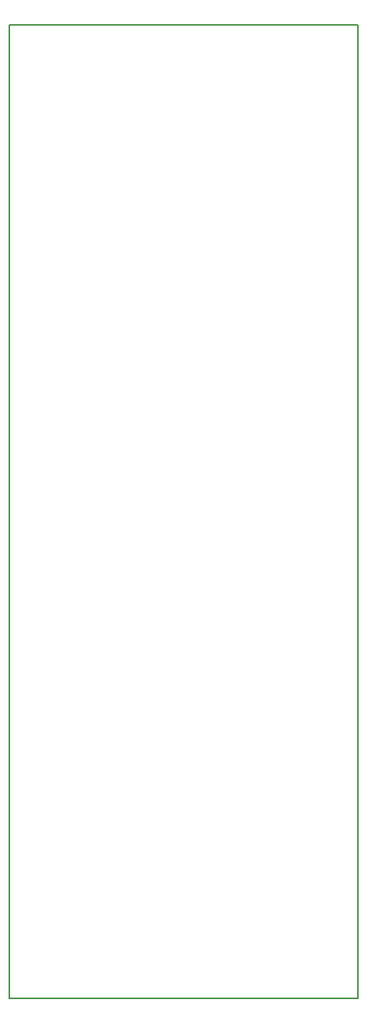
<source format=gm1>
G04 #@! TF.FileFunction,Profile,NP*
%FSLAX46Y46*%
G04 Gerber Fmt 4.6, Leading zero omitted, Abs format (unit mm)*
G04 Created by KiCad (PCBNEW 4.0.2-stable) date 2019-06-10 3:09:26 PM*
%MOMM*%
G01*
G04 APERTURE LIST*
%ADD10C,0.200000*%
G04 APERTURE END LIST*
D10*
X110000000Y-126250000D02*
X110000000Y-20250000D01*
X148000000Y-126250000D02*
X110000000Y-126250000D01*
X148000000Y-20250000D02*
X148000000Y-126250000D01*
X110000000Y-20250000D02*
X148000000Y-20250000D01*
M02*

</source>
